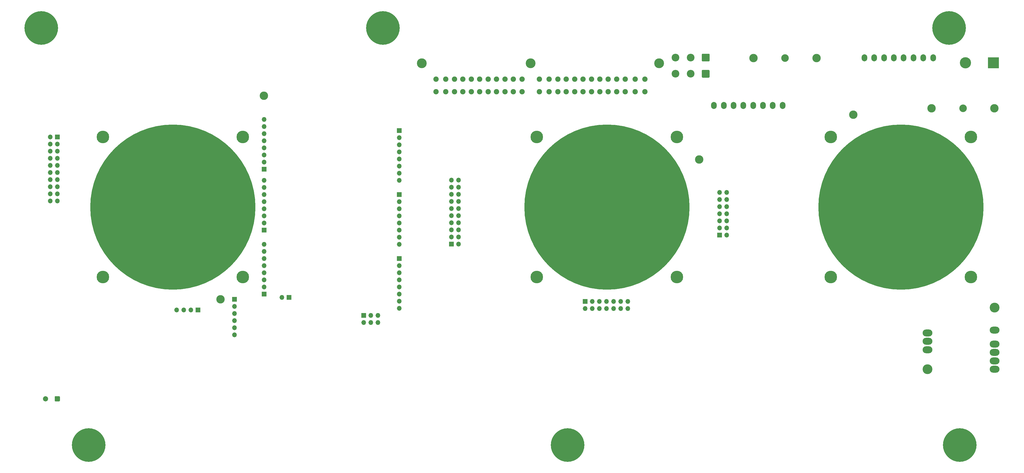
<source format=gbs>
G04 #@! TF.GenerationSoftware,KiCad,Pcbnew,(5.1.9-0-10_14)*
G04 #@! TF.CreationDate,2021-05-29T21:56:35-04:00*
G04 #@! TF.ProjectId,LiBCM,4c694243-4d2e-46b6-9963-61645f706362,A*
G04 #@! TF.SameCoordinates,Original*
G04 #@! TF.FileFunction,Soldermask,Bot*
G04 #@! TF.FilePolarity,Negative*
%FSLAX46Y46*%
G04 Gerber Fmt 4.6, Leading zero omitted, Abs format (unit mm)*
G04 Created by KiCad (PCBNEW (5.1.9-0-10_14)) date 2021-05-29 21:56:35*
%MOMM*%
%LPD*%
G01*
G04 APERTURE LIST*
%ADD10O,1.700000X1.700000*%
%ADD11R,1.700000X1.700000*%
%ADD12O,2.000000X2.500000*%
%ADD13C,2.750000*%
%ADD14C,4.000000*%
%ADD15R,4.000000X4.000000*%
%ADD16C,3.000000*%
%ADD17C,4.500000*%
%ADD18C,59.000000*%
%ADD19O,3.500000X2.500000*%
%ADD20C,3.500000*%
%ADD21C,2.700000*%
%ADD22C,1.850000*%
%ADD23C,1.900000*%
%ADD24C,12.000000*%
G04 APERTURE END LIST*
D10*
G04 #@! TO.C,J16*
X181790000Y-95390000D03*
X179250000Y-95390000D03*
X181790000Y-97930000D03*
X179250000Y-97930000D03*
X181790000Y-100470000D03*
X179250000Y-100470000D03*
X181790000Y-103010000D03*
X179250000Y-103010000D03*
X181790000Y-105550000D03*
X179250000Y-105550000D03*
X181790000Y-108090000D03*
X179250000Y-108090000D03*
X181790000Y-110630000D03*
X179250000Y-110630000D03*
X181790000Y-113170000D03*
X179250000Y-113170000D03*
X181790000Y-115710000D03*
X179250000Y-115710000D03*
X181790000Y-118250000D03*
D11*
X179250000Y-118250000D03*
G04 #@! TD*
D12*
G04 #@! TO.C,J9*
X297500000Y-68700000D03*
X294000000Y-68700000D03*
X290500000Y-68700000D03*
X287000000Y-68700000D03*
X283500000Y-68700000D03*
X280000000Y-68700000D03*
X276500000Y-68700000D03*
X273000000Y-68700000D03*
G04 #@! TD*
D10*
G04 #@! TO.C,J1*
X160600000Y-95480000D03*
X160600000Y-92940000D03*
X160600000Y-90400000D03*
X160600000Y-87860000D03*
X160600000Y-85320000D03*
X160600000Y-82780000D03*
X160600000Y-80240000D03*
D11*
X160600000Y-77700000D03*
G04 #@! TD*
D10*
G04 #@! TO.C,J2*
X160600000Y-118330000D03*
X160600000Y-115790000D03*
X160600000Y-113250000D03*
X160600000Y-110710000D03*
X160600000Y-108170000D03*
X160600000Y-105630000D03*
X160600000Y-103090000D03*
D11*
X160600000Y-100550000D03*
G04 #@! TD*
D10*
G04 #@! TO.C,J3*
X160600000Y-141180000D03*
X160600000Y-138640000D03*
X160600000Y-136100000D03*
X160600000Y-133560000D03*
X160600000Y-131020000D03*
X160600000Y-128480000D03*
X160600000Y-125940000D03*
D11*
X160600000Y-123400000D03*
G04 #@! TD*
D10*
G04 #@! TO.C,J5*
X112342000Y-73664000D03*
X112342000Y-76204000D03*
X112342000Y-78744000D03*
X112342000Y-81284000D03*
X112342000Y-83824000D03*
X112342000Y-86364000D03*
X112342000Y-88904000D03*
D11*
X112342000Y-91444000D03*
G04 #@! TD*
D10*
G04 #@! TO.C,J6*
X112350000Y-95450000D03*
X112350000Y-97990000D03*
X112350000Y-100530000D03*
X112350000Y-103070000D03*
X112350000Y-105610000D03*
X112350000Y-108150000D03*
X112350000Y-110690000D03*
D11*
X112350000Y-113230000D03*
G04 #@! TD*
D10*
G04 #@! TO.C,J7*
X112350000Y-118350000D03*
X112350000Y-120890000D03*
X112350000Y-123430000D03*
X112350000Y-125970000D03*
X112350000Y-128510000D03*
X112350000Y-131050000D03*
X112350000Y-133590000D03*
D11*
X112350000Y-136130000D03*
G04 #@! TD*
D13*
G04 #@! TO.C,J10*
X259250000Y-51600000D03*
X264650000Y-51600000D03*
G36*
G01*
X271425000Y-50474998D02*
X271425000Y-52725002D01*
G75*
G02*
X271175002Y-52975000I-249998J0D01*
G01*
X268924998Y-52975000D01*
G75*
G02*
X268675000Y-52725002I0J249998D01*
G01*
X268675000Y-50474998D01*
G75*
G02*
X268924998Y-50225000I249998J0D01*
G01*
X271175002Y-50225000D01*
G75*
G02*
X271425000Y-50474998I0J-249998D01*
G01*
G37*
G04 #@! TD*
G04 #@! TO.C,P2*
X259250000Y-57400000D03*
X264650000Y-57400000D03*
G36*
G01*
X271425000Y-56274998D02*
X271425000Y-58525002D01*
G75*
G02*
X271175002Y-58775000I-249998J0D01*
G01*
X268924998Y-58775000D01*
G75*
G02*
X268675000Y-58525002I0J249998D01*
G01*
X268675000Y-56274998D01*
G75*
G02*
X268924998Y-56025000I249998J0D01*
G01*
X271175002Y-56025000D01*
G75*
G02*
X271425000Y-56274998I0J-249998D01*
G01*
G37*
G04 #@! TD*
D14*
G04 #@! TO.C,C30*
X362800000Y-53475000D03*
D15*
X372800000Y-53475000D03*
G04 #@! TD*
D16*
G04 #@! TO.C,M1*
X96750000Y-138000000D03*
D17*
X104750000Y-130000000D03*
X54750000Y-130000000D03*
X54750000Y-80000000D03*
X104750000Y-80000000D03*
D18*
X79750000Y-105000000D03*
G04 #@! TD*
D16*
G04 #@! TO.C,M2*
X267750000Y-88000000D03*
D17*
X259750000Y-80000000D03*
X259750000Y-130000000D03*
X209750000Y-130000000D03*
X209750000Y-80000000D03*
D18*
X234750000Y-105000000D03*
G04 #@! TD*
D16*
G04 #@! TO.C,M3*
X322750000Y-72000000D03*
D17*
X314750000Y-80000000D03*
X364750000Y-80000000D03*
X364750000Y-130000000D03*
X314750000Y-130000000D03*
D18*
X339750000Y-105000000D03*
G04 #@! TD*
D19*
G04 #@! TO.C,U8*
X349250000Y-149960000D03*
X349250000Y-155960000D03*
D20*
X349250000Y-162960000D03*
X373250000Y-140960000D03*
D19*
X373250000Y-148960000D03*
X373250000Y-153960000D03*
X373250000Y-156960000D03*
X373250000Y-159960000D03*
X373250000Y-162960000D03*
X349250000Y-152960000D03*
G04 #@! TD*
D21*
G04 #@! TO.C,F1*
X298400000Y-51800000D03*
D16*
X309650000Y-51800000D03*
X287150000Y-51800000D03*
G04 #@! TD*
D21*
G04 #@! TO.C,F2*
X361925000Y-69725000D03*
D16*
X373175000Y-69725000D03*
X350675000Y-69725000D03*
G04 #@! TD*
D12*
G04 #@! TO.C,J11*
X351250000Y-51650000D03*
X347750000Y-51650000D03*
X344250000Y-51650000D03*
X340750000Y-51650000D03*
X337250000Y-51650000D03*
X333750000Y-51650000D03*
X330250000Y-51650000D03*
X326750000Y-51650000D03*
G04 #@! TD*
G04 #@! TO.C,J12*
G36*
G01*
X39425000Y-172824999D02*
X39425000Y-174175001D01*
G75*
G02*
X39175001Y-174425000I-249999J0D01*
G01*
X37824999Y-174425000D01*
G75*
G02*
X37575000Y-174175001I0J249999D01*
G01*
X37575000Y-172824999D01*
G75*
G02*
X37824999Y-172575000I249999J0D01*
G01*
X39175001Y-172575000D01*
G75*
G02*
X39425000Y-172824999I0J-249999D01*
G01*
G37*
D22*
X34300000Y-173500000D03*
G04 #@! TD*
D11*
G04 #@! TO.C,J4*
X147920000Y-143725000D03*
D10*
X147920000Y-146265000D03*
X150460000Y-143725000D03*
X150460000Y-146265000D03*
X153000000Y-143725000D03*
X153000000Y-146265000D03*
G04 #@! TD*
D20*
G04 #@! TO.C,P1*
X253400000Y-53600000D03*
X207550000Y-53600000D03*
X168700000Y-53600000D03*
D23*
X248350000Y-59300000D03*
X248350000Y-63800000D03*
X244850000Y-59300000D03*
X244850000Y-63800000D03*
X241350000Y-59300000D03*
X241350000Y-63800000D03*
X238250000Y-59300000D03*
X238250000Y-63800000D03*
X235250000Y-59300000D03*
X235250000Y-63800000D03*
X232250000Y-59300000D03*
X232250000Y-63800000D03*
X229250000Y-59300000D03*
X229250000Y-63800000D03*
X226250000Y-59300000D03*
X226250000Y-63800000D03*
X223250000Y-59300000D03*
X223250000Y-63800000D03*
X220250000Y-59300000D03*
X220250000Y-63800000D03*
X217250000Y-59300000D03*
X217250000Y-63800000D03*
X214150000Y-59300000D03*
X214150000Y-63800000D03*
X210650000Y-59300000D03*
X210650000Y-63800000D03*
X204450000Y-59300000D03*
X204450000Y-63800000D03*
X201350000Y-59300000D03*
X201350000Y-63800000D03*
X198350000Y-59300000D03*
X198350000Y-63800000D03*
X195350000Y-59300000D03*
X195350000Y-63800000D03*
X192350000Y-59300000D03*
X192350000Y-63800000D03*
X189350000Y-59300000D03*
X189350000Y-63800000D03*
X186350000Y-59300000D03*
X186350000Y-63800000D03*
X183350000Y-59300000D03*
X183350000Y-63800000D03*
X180350000Y-59300000D03*
X180350000Y-63800000D03*
X177250000Y-59300000D03*
X177250000Y-63800000D03*
X173750000Y-59300000D03*
X173750000Y-63800000D03*
G04 #@! TD*
D11*
G04 #@! TO.C,J8*
X101750000Y-138000000D03*
D10*
X101750000Y-140540000D03*
X101750000Y-143080000D03*
X101750000Y-145620000D03*
X101750000Y-148160000D03*
X101750000Y-150700000D03*
G04 #@! TD*
D11*
G04 #@! TO.C,J14*
X88750000Y-141750000D03*
D10*
X86210000Y-141750000D03*
X83670000Y-141750000D03*
X81130000Y-141750000D03*
G04 #@! TD*
D16*
G04 #@! TO.C,H9*
X112250000Y-65250000D03*
G04 #@! TD*
D24*
G04 #@! TO.C,H4*
X32750000Y-41000000D03*
G04 #@! TD*
G04 #@! TO.C,H1*
X220750000Y-190000000D03*
G04 #@! TD*
G04 #@! TO.C,H2*
X49750000Y-190000000D03*
G04 #@! TD*
G04 #@! TO.C,H5*
X154750000Y-41000000D03*
G04 #@! TD*
G04 #@! TO.C,H6*
X357000000Y-41000000D03*
G04 #@! TD*
G04 #@! TO.C,H7*
X360750000Y-190000000D03*
G04 #@! TD*
D11*
G04 #@! TO.C,J15*
X121250000Y-137250000D03*
D10*
X118710000Y-137250000D03*
G04 #@! TD*
D11*
G04 #@! TO.C,J13*
X38500000Y-80000000D03*
D10*
X35960000Y-80000000D03*
X38500000Y-82540000D03*
X35960000Y-82540000D03*
X38500000Y-85080000D03*
X35960000Y-85080000D03*
X38500000Y-87620000D03*
X35960000Y-87620000D03*
X38500000Y-90160000D03*
X35960000Y-90160000D03*
X38500000Y-92700000D03*
X35960000Y-92700000D03*
X38500000Y-95240000D03*
X35960000Y-95240000D03*
X38500000Y-97780000D03*
X35960000Y-97780000D03*
X38500000Y-100320000D03*
X35960000Y-100320000D03*
X38500000Y-102860000D03*
X35960000Y-102860000D03*
G04 #@! TD*
G04 #@! TO.C,J17*
X277540000Y-99760000D03*
X275000000Y-99760000D03*
X277540000Y-102300000D03*
X275000000Y-102300000D03*
X277540000Y-104840000D03*
X275000000Y-104840000D03*
X277540000Y-107380000D03*
X275000000Y-107380000D03*
X277540000Y-109920000D03*
X275000000Y-109920000D03*
X277540000Y-112460000D03*
X275000000Y-112460000D03*
X277540000Y-115000000D03*
D11*
X275000000Y-115000000D03*
G04 #@! TD*
G04 #@! TO.C,J18*
X227000000Y-138750000D03*
D10*
X227000000Y-141290000D03*
X229540000Y-138750000D03*
X229540000Y-141290000D03*
X232080000Y-138750000D03*
X232080000Y-141290000D03*
X234620000Y-138750000D03*
X234620000Y-141290000D03*
X237160000Y-138750000D03*
X237160000Y-141290000D03*
X239700000Y-138750000D03*
X239700000Y-141290000D03*
X242240000Y-138750000D03*
X242240000Y-141290000D03*
G04 #@! TD*
M02*

</source>
